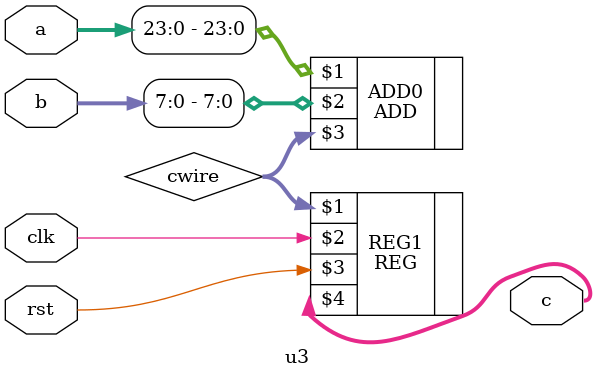
<source format=v>
`timescale 1ns / 1ps 

module u3(clk, rst, a, b, c);

input clk, rst;
input [31:0] a;
input [15:0] b;
output [7:0] c;
wire [7:0] cwire;

ADD #(.DATAWIDTH(8)) ADD0(a[23:0], b[7:0], cwire);
REG #(.DATAWIDTH(8)) REG1(cwire, clk, rst, c);

endmodule

</source>
